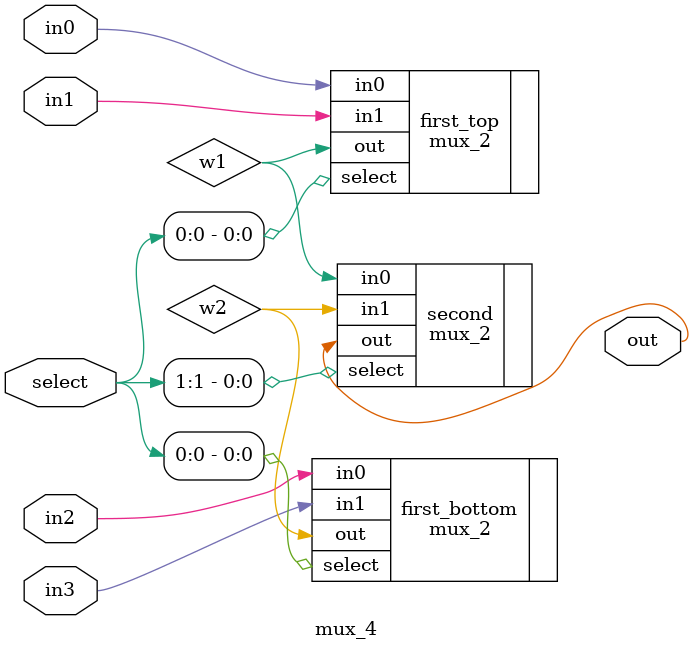
<source format=v>
module mux_4(select, in0, in1, in2, in3, out);
	 input [1:0] select;
	 input in0, in1, in2, in3;
	 output out;
	 wire w1, w2;
	 mux_2 first_top(.select(select[0]), .in0(in0), .in1(in1), .out(w1));
	 mux_2 first_bottom(.select(select[0]), .in0(in2), .in1(in3), .out(w2));
	 mux_2 second(.select(select[1]), .in0(w1), .in1(w2), .out(out));
endmodule
</source>
